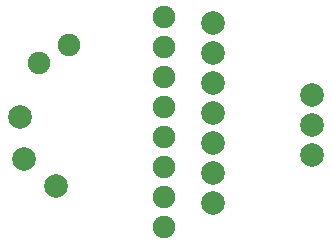
<source format=gts>
G04 Layer: TopSolderMaskLayer*
G04 EasyEDA v6.5.22, 2023-01-21 16:45:32*
G04 4a6858e99da5455eb5449b68f4786d1d,dfc3211adda64e72838fb7ae4655844f,10*
G04 Gerber Generator version 0.2*
G04 Scale: 100 percent, Rotated: No, Reflected: No *
G04 Dimensions in millimeters *
G04 leading zeros omitted , absolute positions ,4 integer and 5 decimal *
%FSLAX45Y45*%
%MOMM*%

%ADD10C,2.0032*%
%ADD11C,1.9016*%
%ADD12C,2.0040*%

%LPD*%
D10*
G01*
X4491990Y5002784D03*
G01*
X4491990Y4748784D03*
G01*
X4491990Y4494784D03*
G01*
X4491990Y4240784D03*
G01*
X4491990Y3986784D03*
G01*
X4491990Y3732784D03*
G01*
X4491990Y3478784D03*
D11*
G01*
X4076700Y3276600D03*
G01*
X4076700Y3530600D03*
G01*
X4076700Y3784600D03*
G01*
X4076700Y4038600D03*
G01*
X4076700Y4292600D03*
G01*
X4076700Y4546600D03*
G01*
X4076700Y4800600D03*
G01*
X4076700Y5054600D03*
D12*
G01*
X5334000Y4140200D03*
D10*
G01*
X5334000Y4394200D03*
G01*
X5334000Y3886200D03*
D11*
G01*
X3022600Y4660900D03*
G01*
X3276600Y4813300D03*
D10*
G01*
X3162300Y3619500D03*
G01*
X2895600Y3848100D03*
D12*
G01*
X2857500Y4203700D03*
M02*

</source>
